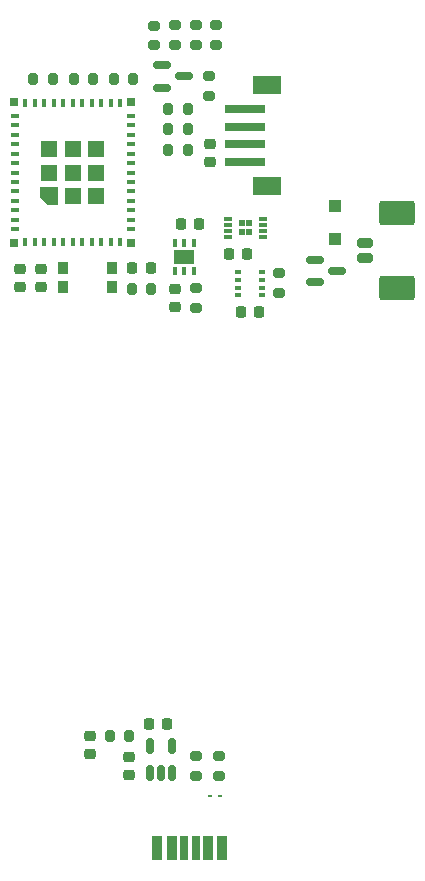
<source format=gtp>
G04 #@! TF.GenerationSoftware,KiCad,Pcbnew,7.0.7*
G04 #@! TF.CreationDate,2023-11-19T01:45:29-05:00*
G04 #@! TF.ProjectId,room_environment_monitor,726f6f6d-5f65-46e7-9669-726f6e6d656e,rev?*
G04 #@! TF.SameCoordinates,Original*
G04 #@! TF.FileFunction,Paste,Top*
G04 #@! TF.FilePolarity,Positive*
%FSLAX46Y46*%
G04 Gerber Fmt 4.6, Leading zero omitted, Abs format (unit mm)*
G04 Created by KiCad (PCBNEW 7.0.7) date 2023-11-19 01:45:29*
%MOMM*%
%LPD*%
G01*
G04 APERTURE LIST*
G04 Aperture macros list*
%AMRoundRect*
0 Rectangle with rounded corners*
0 $1 Rounding radius*
0 $2 $3 $4 $5 $6 $7 $8 $9 X,Y pos of 4 corners*
0 Add a 4 corners polygon primitive as box body*
4,1,4,$2,$3,$4,$5,$6,$7,$8,$9,$2,$3,0*
0 Add four circle primitives for the rounded corners*
1,1,$1+$1,$2,$3*
1,1,$1+$1,$4,$5*
1,1,$1+$1,$6,$7*
1,1,$1+$1,$8,$9*
0 Add four rect primitives between the rounded corners*
20,1,$1+$1,$2,$3,$4,$5,0*
20,1,$1+$1,$4,$5,$6,$7,0*
20,1,$1+$1,$6,$7,$8,$9,0*
20,1,$1+$1,$8,$9,$2,$3,0*%
%AMFreePoly0*
4,1,6,0.725000,-0.725000,-0.725000,-0.725000,-0.725000,0.125000,-0.125000,0.725000,0.725000,0.725000,0.725000,-0.725000,0.725000,-0.725000,$1*%
G04 Aperture macros list end*
%ADD10RoundRect,0.200000X0.200000X0.275000X-0.200000X0.275000X-0.200000X-0.275000X0.200000X-0.275000X0*%
%ADD11RoundRect,0.200000X0.275000X-0.200000X0.275000X0.200000X-0.275000X0.200000X-0.275000X-0.200000X0*%
%ADD12RoundRect,0.200000X-0.275000X0.200000X-0.275000X-0.200000X0.275000X-0.200000X0.275000X0.200000X0*%
%ADD13RoundRect,0.225000X-0.225000X-0.250000X0.225000X-0.250000X0.225000X0.250000X-0.225000X0.250000X0*%
%ADD14RoundRect,0.150000X-0.587500X-0.150000X0.587500X-0.150000X0.587500X0.150000X-0.587500X0.150000X0*%
%ADD15RoundRect,0.150000X0.150000X-0.512500X0.150000X0.512500X-0.150000X0.512500X-0.150000X-0.512500X0*%
%ADD16RoundRect,0.200000X-0.200000X-0.275000X0.200000X-0.275000X0.200000X0.275000X-0.200000X0.275000X0*%
%ADD17R,0.889000X2.006600*%
%ADD18R,0.812800X2.006600*%
%ADD19R,0.711200X2.006600*%
%ADD20R,0.500000X0.350000*%
%ADD21R,1.701800X1.244600*%
%ADD22R,0.355600X0.660400*%
%ADD23RoundRect,0.225000X-0.250000X0.225000X-0.250000X-0.225000X0.250000X-0.225000X0.250000X0.225000X0*%
%ADD24R,0.700000X0.700000*%
%ADD25R,1.450000X1.450000*%
%ADD26FreePoly0,90.000000*%
%ADD27R,0.800000X0.400000*%
%ADD28R,0.400000X0.800000*%
%ADD29R,2.387600X1.600200*%
%ADD30R,3.352800X0.711200*%
%ADD31RoundRect,0.062500X0.117500X0.062500X-0.117500X0.062500X-0.117500X-0.062500X0.117500X-0.062500X0*%
%ADD32RoundRect,0.218750X0.256250X-0.218750X0.256250X0.218750X-0.256250X0.218750X-0.256250X-0.218750X0*%
%ADD33RoundRect,0.225000X0.250000X-0.225000X0.250000X0.225000X-0.250000X0.225000X-0.250000X-0.225000X0*%
%ADD34RoundRect,0.250001X1.249999X-0.799999X1.249999X0.799999X-1.249999X0.799999X-1.249999X-0.799999X0*%
%ADD35RoundRect,0.200000X0.450000X-0.200000X0.450000X0.200000X-0.450000X0.200000X-0.450000X-0.200000X0*%
%ADD36RoundRect,0.225000X0.225000X0.250000X-0.225000X0.250000X-0.225000X-0.250000X0.225000X-0.250000X0*%
%ADD37R,0.900000X1.000000*%
%ADD38R,0.750000X0.300000*%
%ADD39R,0.500000X0.600000*%
%ADD40RoundRect,0.250000X-0.300000X0.300000X-0.300000X-0.300000X0.300000X-0.300000X0.300000X0.300000X0*%
G04 APERTURE END LIST*
D10*
X98425000Y-77000000D03*
X96775000Y-77000000D03*
D11*
X117600000Y-93412500D03*
X117600000Y-95062500D03*
D12*
X112250000Y-74075000D03*
X112250000Y-72425000D03*
X110500000Y-74075000D03*
X110500000Y-72425000D03*
D10*
X108175000Y-79500000D03*
X109825000Y-79500000D03*
D13*
X106700000Y-93000000D03*
X105150000Y-93000000D03*
X110775000Y-89250000D03*
X109225000Y-89250000D03*
D14*
X122500000Y-93250000D03*
X120625000Y-94200000D03*
X120625000Y-92300000D03*
D15*
X106625000Y-133487500D03*
X108525000Y-133487500D03*
X108525000Y-135762500D03*
X107575000Y-135762500D03*
X106625000Y-135762500D03*
D16*
X109825000Y-83000000D03*
X108175000Y-83000000D03*
D17*
X112750000Y-142100002D03*
D18*
X111520000Y-142100002D03*
D19*
X109500001Y-142100002D03*
D17*
X107250000Y-142100002D03*
D18*
X108480000Y-142100002D03*
D19*
X110499999Y-142100002D03*
D20*
X116150000Y-95287500D03*
X116150000Y-94637500D03*
X116150000Y-93987500D03*
X116150000Y-93337500D03*
X114100000Y-93337500D03*
X114100000Y-93987500D03*
X114100000Y-94637500D03*
X114100000Y-95287500D03*
D21*
X109550001Y-92056200D03*
D22*
X108750000Y-90862400D03*
X109550001Y-90862400D03*
X110350002Y-90862400D03*
X110350002Y-93250000D03*
X109550001Y-93250000D03*
X108750000Y-93250000D03*
D23*
X111750000Y-84025000D03*
X111750000Y-82475000D03*
D11*
X112500000Y-134300000D03*
X112500000Y-135950000D03*
D24*
X95150000Y-90850000D03*
X105050000Y-90850000D03*
X105050000Y-78950000D03*
X95150000Y-78950000D03*
D25*
X102075000Y-82925000D03*
X100100000Y-82925000D03*
X98125000Y-82925000D03*
X102075000Y-84900000D03*
X100100000Y-84900000D03*
X98125000Y-84900000D03*
X102075000Y-86875000D03*
X100100000Y-86875000D03*
D26*
X98125000Y-86875000D03*
D27*
X95200000Y-89700000D03*
X95200000Y-88900000D03*
X95200000Y-88100000D03*
X95200000Y-87300000D03*
X95200000Y-86500000D03*
X95200000Y-85700000D03*
X95200000Y-84900000D03*
X95200000Y-84100000D03*
X95200000Y-83300000D03*
X95200000Y-82500000D03*
X95200000Y-81700000D03*
X95200000Y-80900000D03*
X95200000Y-80100000D03*
D28*
X96100000Y-79000000D03*
X96900000Y-79000000D03*
X97700000Y-79000000D03*
X98500000Y-79000000D03*
X99300000Y-79000000D03*
X100100000Y-79000000D03*
X100900000Y-79000000D03*
X101700000Y-79000000D03*
X102500000Y-79000000D03*
X103300000Y-79000000D03*
X104100000Y-79000000D03*
D27*
X105000000Y-80100000D03*
X105000000Y-80900000D03*
X105000000Y-81700000D03*
X105000000Y-82500000D03*
X105000000Y-83300000D03*
X105000000Y-84100000D03*
X105000000Y-84900000D03*
X105000000Y-85700000D03*
X105000000Y-86500000D03*
X105000000Y-87300000D03*
X105000000Y-88100000D03*
X105000000Y-88900000D03*
X105000000Y-89700000D03*
D28*
X104100000Y-90800000D03*
X103300000Y-90800000D03*
X102500000Y-90800000D03*
X101700000Y-90800000D03*
X100900000Y-90800000D03*
X100100000Y-90800000D03*
X99300000Y-90800000D03*
X98500000Y-90800000D03*
X97700000Y-90800000D03*
X96900000Y-90800000D03*
X96100000Y-90800000D03*
D29*
X116528448Y-86050002D03*
X116528448Y-77449998D03*
D30*
X114645800Y-84000001D03*
X114645800Y-82500001D03*
X114645800Y-80999999D03*
X114645800Y-79499999D03*
D13*
X108100000Y-131625000D03*
X106550000Y-131625000D03*
D31*
X112545000Y-137650000D03*
X111705000Y-137650000D03*
D12*
X108750000Y-74075000D03*
X108750000Y-72425000D03*
X107000000Y-74112500D03*
X107000000Y-72462500D03*
D16*
X109825000Y-81250000D03*
X108175000Y-81250000D03*
D10*
X105100000Y-94750000D03*
X106750000Y-94750000D03*
D11*
X110500000Y-134300000D03*
X110500000Y-135950000D03*
D32*
X101575000Y-132587500D03*
X101575000Y-134162500D03*
D33*
X104825000Y-134350000D03*
X104825000Y-135900000D03*
D34*
X127575000Y-88350000D03*
X127575000Y-94700000D03*
D35*
X124825000Y-90900000D03*
X124825000Y-92150000D03*
D16*
X101825000Y-77000000D03*
X100175000Y-77000000D03*
D12*
X111600000Y-78400000D03*
X111600000Y-76750000D03*
D36*
X114325000Y-96737500D03*
X115875000Y-96737500D03*
D37*
X99300000Y-93000000D03*
X103400000Y-93000000D03*
X99300000Y-94600000D03*
X103400000Y-94600000D03*
D38*
X113275000Y-90325000D03*
X113275000Y-89825000D03*
X113275000Y-89325000D03*
X113275000Y-88825000D03*
X116175000Y-88825000D03*
X116175000Y-89325000D03*
X116175000Y-89825000D03*
X116175000Y-90325000D03*
D39*
X114400000Y-89200000D03*
X114400000Y-89950000D03*
X115050000Y-89200000D03*
X115050000Y-89950000D03*
D10*
X103250000Y-132625000D03*
X104900000Y-132625000D03*
D23*
X108750000Y-96275000D03*
X108750000Y-94725000D03*
D11*
X110500000Y-94675000D03*
X110500000Y-96325000D03*
D23*
X97400000Y-94575000D03*
X97400000Y-93025000D03*
X95600000Y-94575000D03*
X95600000Y-93025000D03*
D40*
X122275000Y-90550000D03*
X122275000Y-87750000D03*
D16*
X105225000Y-77000000D03*
X103575000Y-77000000D03*
D13*
X114850000Y-91800000D03*
X113300000Y-91800000D03*
D14*
X109500000Y-76750000D03*
X107625000Y-77700000D03*
X107625000Y-75800000D03*
M02*

</source>
